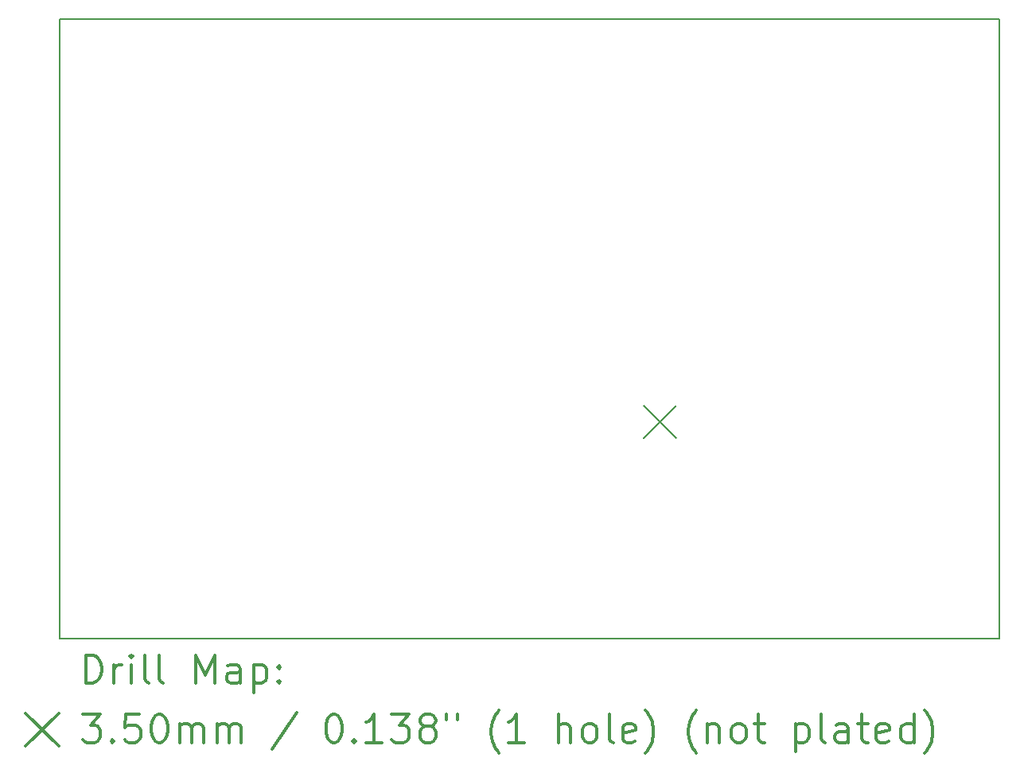
<source format=gbr>
%FSLAX45Y45*%
G04 Gerber Fmt 4.5, Leading zero omitted, Abs format (unit mm)*
G04 Created by KiCad (PCBNEW (5.1.7)-1) date 2020-10-06 18:46:49*
%MOMM*%
%LPD*%
G01*
G04 APERTURE LIST*
%TA.AperFunction,Profile*%
%ADD10C,0.150000*%
%TD*%
%ADD11C,0.200000*%
%ADD12C,0.300000*%
G04 APERTURE END LIST*
D10*
X5800000Y-13600000D02*
X5800000Y-7000000D01*
X15800000Y-13600000D02*
X5800000Y-13600000D01*
X15800000Y-7000000D02*
X15800000Y-13600000D01*
X5800000Y-7000000D02*
X15800000Y-7000000D01*
D11*
X12017000Y-11113000D02*
X12367000Y-11463000D01*
X12367000Y-11113000D02*
X12017000Y-11463000D01*
D12*
X6078928Y-14073214D02*
X6078928Y-13773214D01*
X6150357Y-13773214D01*
X6193214Y-13787500D01*
X6221786Y-13816071D01*
X6236071Y-13844643D01*
X6250357Y-13901786D01*
X6250357Y-13944643D01*
X6236071Y-14001786D01*
X6221786Y-14030357D01*
X6193214Y-14058929D01*
X6150357Y-14073214D01*
X6078928Y-14073214D01*
X6378928Y-14073214D02*
X6378928Y-13873214D01*
X6378928Y-13930357D02*
X6393214Y-13901786D01*
X6407500Y-13887500D01*
X6436071Y-13873214D01*
X6464643Y-13873214D01*
X6564643Y-14073214D02*
X6564643Y-13873214D01*
X6564643Y-13773214D02*
X6550357Y-13787500D01*
X6564643Y-13801786D01*
X6578928Y-13787500D01*
X6564643Y-13773214D01*
X6564643Y-13801786D01*
X6750357Y-14073214D02*
X6721786Y-14058929D01*
X6707500Y-14030357D01*
X6707500Y-13773214D01*
X6907500Y-14073214D02*
X6878928Y-14058929D01*
X6864643Y-14030357D01*
X6864643Y-13773214D01*
X7250357Y-14073214D02*
X7250357Y-13773214D01*
X7350357Y-13987500D01*
X7450357Y-13773214D01*
X7450357Y-14073214D01*
X7721786Y-14073214D02*
X7721786Y-13916071D01*
X7707500Y-13887500D01*
X7678928Y-13873214D01*
X7621786Y-13873214D01*
X7593214Y-13887500D01*
X7721786Y-14058929D02*
X7693214Y-14073214D01*
X7621786Y-14073214D01*
X7593214Y-14058929D01*
X7578928Y-14030357D01*
X7578928Y-14001786D01*
X7593214Y-13973214D01*
X7621786Y-13958929D01*
X7693214Y-13958929D01*
X7721786Y-13944643D01*
X7864643Y-13873214D02*
X7864643Y-14173214D01*
X7864643Y-13887500D02*
X7893214Y-13873214D01*
X7950357Y-13873214D01*
X7978928Y-13887500D01*
X7993214Y-13901786D01*
X8007500Y-13930357D01*
X8007500Y-14016071D01*
X7993214Y-14044643D01*
X7978928Y-14058929D01*
X7950357Y-14073214D01*
X7893214Y-14073214D01*
X7864643Y-14058929D01*
X8136071Y-14044643D02*
X8150357Y-14058929D01*
X8136071Y-14073214D01*
X8121786Y-14058929D01*
X8136071Y-14044643D01*
X8136071Y-14073214D01*
X8136071Y-13887500D02*
X8150357Y-13901786D01*
X8136071Y-13916071D01*
X8121786Y-13901786D01*
X8136071Y-13887500D01*
X8136071Y-13916071D01*
X5442500Y-14392500D02*
X5792500Y-14742500D01*
X5792500Y-14392500D02*
X5442500Y-14742500D01*
X6050357Y-14403214D02*
X6236071Y-14403214D01*
X6136071Y-14517500D01*
X6178928Y-14517500D01*
X6207500Y-14531786D01*
X6221786Y-14546071D01*
X6236071Y-14574643D01*
X6236071Y-14646071D01*
X6221786Y-14674643D01*
X6207500Y-14688929D01*
X6178928Y-14703214D01*
X6093214Y-14703214D01*
X6064643Y-14688929D01*
X6050357Y-14674643D01*
X6364643Y-14674643D02*
X6378928Y-14688929D01*
X6364643Y-14703214D01*
X6350357Y-14688929D01*
X6364643Y-14674643D01*
X6364643Y-14703214D01*
X6650357Y-14403214D02*
X6507500Y-14403214D01*
X6493214Y-14546071D01*
X6507500Y-14531786D01*
X6536071Y-14517500D01*
X6607500Y-14517500D01*
X6636071Y-14531786D01*
X6650357Y-14546071D01*
X6664643Y-14574643D01*
X6664643Y-14646071D01*
X6650357Y-14674643D01*
X6636071Y-14688929D01*
X6607500Y-14703214D01*
X6536071Y-14703214D01*
X6507500Y-14688929D01*
X6493214Y-14674643D01*
X6850357Y-14403214D02*
X6878928Y-14403214D01*
X6907500Y-14417500D01*
X6921786Y-14431786D01*
X6936071Y-14460357D01*
X6950357Y-14517500D01*
X6950357Y-14588929D01*
X6936071Y-14646071D01*
X6921786Y-14674643D01*
X6907500Y-14688929D01*
X6878928Y-14703214D01*
X6850357Y-14703214D01*
X6821786Y-14688929D01*
X6807500Y-14674643D01*
X6793214Y-14646071D01*
X6778928Y-14588929D01*
X6778928Y-14517500D01*
X6793214Y-14460357D01*
X6807500Y-14431786D01*
X6821786Y-14417500D01*
X6850357Y-14403214D01*
X7078928Y-14703214D02*
X7078928Y-14503214D01*
X7078928Y-14531786D02*
X7093214Y-14517500D01*
X7121786Y-14503214D01*
X7164643Y-14503214D01*
X7193214Y-14517500D01*
X7207500Y-14546071D01*
X7207500Y-14703214D01*
X7207500Y-14546071D02*
X7221786Y-14517500D01*
X7250357Y-14503214D01*
X7293214Y-14503214D01*
X7321786Y-14517500D01*
X7336071Y-14546071D01*
X7336071Y-14703214D01*
X7478928Y-14703214D02*
X7478928Y-14503214D01*
X7478928Y-14531786D02*
X7493214Y-14517500D01*
X7521786Y-14503214D01*
X7564643Y-14503214D01*
X7593214Y-14517500D01*
X7607500Y-14546071D01*
X7607500Y-14703214D01*
X7607500Y-14546071D02*
X7621786Y-14517500D01*
X7650357Y-14503214D01*
X7693214Y-14503214D01*
X7721786Y-14517500D01*
X7736071Y-14546071D01*
X7736071Y-14703214D01*
X8321786Y-14388929D02*
X8064643Y-14774643D01*
X8707500Y-14403214D02*
X8736071Y-14403214D01*
X8764643Y-14417500D01*
X8778928Y-14431786D01*
X8793214Y-14460357D01*
X8807500Y-14517500D01*
X8807500Y-14588929D01*
X8793214Y-14646071D01*
X8778928Y-14674643D01*
X8764643Y-14688929D01*
X8736071Y-14703214D01*
X8707500Y-14703214D01*
X8678928Y-14688929D01*
X8664643Y-14674643D01*
X8650357Y-14646071D01*
X8636071Y-14588929D01*
X8636071Y-14517500D01*
X8650357Y-14460357D01*
X8664643Y-14431786D01*
X8678928Y-14417500D01*
X8707500Y-14403214D01*
X8936071Y-14674643D02*
X8950357Y-14688929D01*
X8936071Y-14703214D01*
X8921786Y-14688929D01*
X8936071Y-14674643D01*
X8936071Y-14703214D01*
X9236071Y-14703214D02*
X9064643Y-14703214D01*
X9150357Y-14703214D02*
X9150357Y-14403214D01*
X9121786Y-14446071D01*
X9093214Y-14474643D01*
X9064643Y-14488929D01*
X9336071Y-14403214D02*
X9521786Y-14403214D01*
X9421786Y-14517500D01*
X9464643Y-14517500D01*
X9493214Y-14531786D01*
X9507500Y-14546071D01*
X9521786Y-14574643D01*
X9521786Y-14646071D01*
X9507500Y-14674643D01*
X9493214Y-14688929D01*
X9464643Y-14703214D01*
X9378928Y-14703214D01*
X9350357Y-14688929D01*
X9336071Y-14674643D01*
X9693214Y-14531786D02*
X9664643Y-14517500D01*
X9650357Y-14503214D01*
X9636071Y-14474643D01*
X9636071Y-14460357D01*
X9650357Y-14431786D01*
X9664643Y-14417500D01*
X9693214Y-14403214D01*
X9750357Y-14403214D01*
X9778928Y-14417500D01*
X9793214Y-14431786D01*
X9807500Y-14460357D01*
X9807500Y-14474643D01*
X9793214Y-14503214D01*
X9778928Y-14517500D01*
X9750357Y-14531786D01*
X9693214Y-14531786D01*
X9664643Y-14546071D01*
X9650357Y-14560357D01*
X9636071Y-14588929D01*
X9636071Y-14646071D01*
X9650357Y-14674643D01*
X9664643Y-14688929D01*
X9693214Y-14703214D01*
X9750357Y-14703214D01*
X9778928Y-14688929D01*
X9793214Y-14674643D01*
X9807500Y-14646071D01*
X9807500Y-14588929D01*
X9793214Y-14560357D01*
X9778928Y-14546071D01*
X9750357Y-14531786D01*
X9921786Y-14403214D02*
X9921786Y-14460357D01*
X10036071Y-14403214D02*
X10036071Y-14460357D01*
X10478928Y-14817500D02*
X10464643Y-14803214D01*
X10436071Y-14760357D01*
X10421786Y-14731786D01*
X10407500Y-14688929D01*
X10393214Y-14617500D01*
X10393214Y-14560357D01*
X10407500Y-14488929D01*
X10421786Y-14446071D01*
X10436071Y-14417500D01*
X10464643Y-14374643D01*
X10478928Y-14360357D01*
X10750357Y-14703214D02*
X10578928Y-14703214D01*
X10664643Y-14703214D02*
X10664643Y-14403214D01*
X10636071Y-14446071D01*
X10607500Y-14474643D01*
X10578928Y-14488929D01*
X11107500Y-14703214D02*
X11107500Y-14403214D01*
X11236071Y-14703214D02*
X11236071Y-14546071D01*
X11221786Y-14517500D01*
X11193214Y-14503214D01*
X11150357Y-14503214D01*
X11121786Y-14517500D01*
X11107500Y-14531786D01*
X11421786Y-14703214D02*
X11393214Y-14688929D01*
X11378928Y-14674643D01*
X11364643Y-14646071D01*
X11364643Y-14560357D01*
X11378928Y-14531786D01*
X11393214Y-14517500D01*
X11421786Y-14503214D01*
X11464643Y-14503214D01*
X11493214Y-14517500D01*
X11507500Y-14531786D01*
X11521786Y-14560357D01*
X11521786Y-14646071D01*
X11507500Y-14674643D01*
X11493214Y-14688929D01*
X11464643Y-14703214D01*
X11421786Y-14703214D01*
X11693214Y-14703214D02*
X11664643Y-14688929D01*
X11650357Y-14660357D01*
X11650357Y-14403214D01*
X11921786Y-14688929D02*
X11893214Y-14703214D01*
X11836071Y-14703214D01*
X11807500Y-14688929D01*
X11793214Y-14660357D01*
X11793214Y-14546071D01*
X11807500Y-14517500D01*
X11836071Y-14503214D01*
X11893214Y-14503214D01*
X11921786Y-14517500D01*
X11936071Y-14546071D01*
X11936071Y-14574643D01*
X11793214Y-14603214D01*
X12036071Y-14817500D02*
X12050357Y-14803214D01*
X12078928Y-14760357D01*
X12093214Y-14731786D01*
X12107500Y-14688929D01*
X12121786Y-14617500D01*
X12121786Y-14560357D01*
X12107500Y-14488929D01*
X12093214Y-14446071D01*
X12078928Y-14417500D01*
X12050357Y-14374643D01*
X12036071Y-14360357D01*
X12578928Y-14817500D02*
X12564643Y-14803214D01*
X12536071Y-14760357D01*
X12521786Y-14731786D01*
X12507500Y-14688929D01*
X12493214Y-14617500D01*
X12493214Y-14560357D01*
X12507500Y-14488929D01*
X12521786Y-14446071D01*
X12536071Y-14417500D01*
X12564643Y-14374643D01*
X12578928Y-14360357D01*
X12693214Y-14503214D02*
X12693214Y-14703214D01*
X12693214Y-14531786D02*
X12707500Y-14517500D01*
X12736071Y-14503214D01*
X12778928Y-14503214D01*
X12807500Y-14517500D01*
X12821786Y-14546071D01*
X12821786Y-14703214D01*
X13007500Y-14703214D02*
X12978928Y-14688929D01*
X12964643Y-14674643D01*
X12950357Y-14646071D01*
X12950357Y-14560357D01*
X12964643Y-14531786D01*
X12978928Y-14517500D01*
X13007500Y-14503214D01*
X13050357Y-14503214D01*
X13078928Y-14517500D01*
X13093214Y-14531786D01*
X13107500Y-14560357D01*
X13107500Y-14646071D01*
X13093214Y-14674643D01*
X13078928Y-14688929D01*
X13050357Y-14703214D01*
X13007500Y-14703214D01*
X13193214Y-14503214D02*
X13307500Y-14503214D01*
X13236071Y-14403214D02*
X13236071Y-14660357D01*
X13250357Y-14688929D01*
X13278928Y-14703214D01*
X13307500Y-14703214D01*
X13636071Y-14503214D02*
X13636071Y-14803214D01*
X13636071Y-14517500D02*
X13664643Y-14503214D01*
X13721786Y-14503214D01*
X13750357Y-14517500D01*
X13764643Y-14531786D01*
X13778928Y-14560357D01*
X13778928Y-14646071D01*
X13764643Y-14674643D01*
X13750357Y-14688929D01*
X13721786Y-14703214D01*
X13664643Y-14703214D01*
X13636071Y-14688929D01*
X13950357Y-14703214D02*
X13921786Y-14688929D01*
X13907500Y-14660357D01*
X13907500Y-14403214D01*
X14193214Y-14703214D02*
X14193214Y-14546071D01*
X14178928Y-14517500D01*
X14150357Y-14503214D01*
X14093214Y-14503214D01*
X14064643Y-14517500D01*
X14193214Y-14688929D02*
X14164643Y-14703214D01*
X14093214Y-14703214D01*
X14064643Y-14688929D01*
X14050357Y-14660357D01*
X14050357Y-14631786D01*
X14064643Y-14603214D01*
X14093214Y-14588929D01*
X14164643Y-14588929D01*
X14193214Y-14574643D01*
X14293214Y-14503214D02*
X14407500Y-14503214D01*
X14336071Y-14403214D02*
X14336071Y-14660357D01*
X14350357Y-14688929D01*
X14378928Y-14703214D01*
X14407500Y-14703214D01*
X14621786Y-14688929D02*
X14593214Y-14703214D01*
X14536071Y-14703214D01*
X14507500Y-14688929D01*
X14493214Y-14660357D01*
X14493214Y-14546071D01*
X14507500Y-14517500D01*
X14536071Y-14503214D01*
X14593214Y-14503214D01*
X14621786Y-14517500D01*
X14636071Y-14546071D01*
X14636071Y-14574643D01*
X14493214Y-14603214D01*
X14893214Y-14703214D02*
X14893214Y-14403214D01*
X14893214Y-14688929D02*
X14864643Y-14703214D01*
X14807500Y-14703214D01*
X14778928Y-14688929D01*
X14764643Y-14674643D01*
X14750357Y-14646071D01*
X14750357Y-14560357D01*
X14764643Y-14531786D01*
X14778928Y-14517500D01*
X14807500Y-14503214D01*
X14864643Y-14503214D01*
X14893214Y-14517500D01*
X15007500Y-14817500D02*
X15021786Y-14803214D01*
X15050357Y-14760357D01*
X15064643Y-14731786D01*
X15078928Y-14688929D01*
X15093214Y-14617500D01*
X15093214Y-14560357D01*
X15078928Y-14488929D01*
X15064643Y-14446071D01*
X15050357Y-14417500D01*
X15021786Y-14374643D01*
X15007500Y-14360357D01*
M02*

</source>
